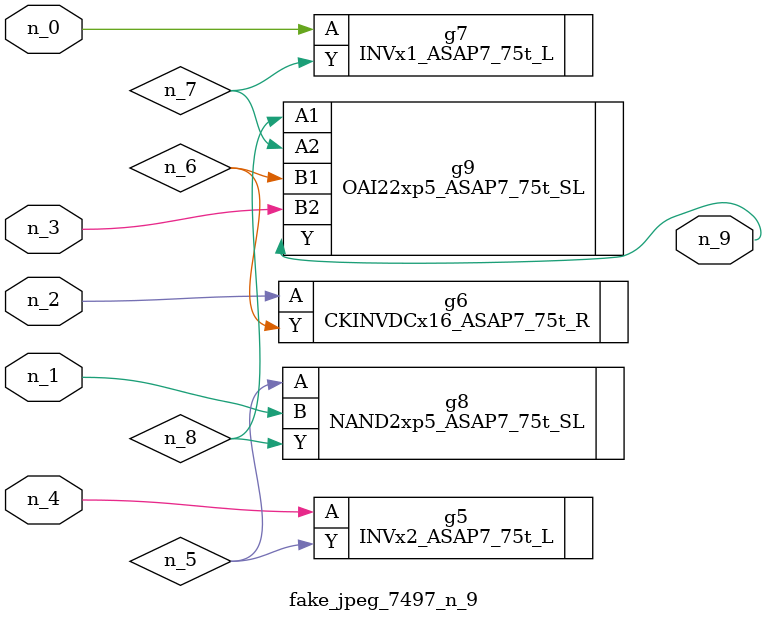
<source format=v>
module fake_jpeg_7497_n_9 (n_3, n_2, n_1, n_0, n_4, n_9);

input n_3;
input n_2;
input n_1;
input n_0;
input n_4;

output n_9;

wire n_8;
wire n_6;
wire n_5;
wire n_7;

INVx2_ASAP7_75t_L g5 ( 
.A(n_4),
.Y(n_5)
);

CKINVDCx16_ASAP7_75t_R g6 ( 
.A(n_2),
.Y(n_6)
);

INVx1_ASAP7_75t_L g7 ( 
.A(n_0),
.Y(n_7)
);

NAND2xp5_ASAP7_75t_SL g8 ( 
.A(n_5),
.B(n_1),
.Y(n_8)
);

OAI22xp5_ASAP7_75t_SL g9 ( 
.A1(n_8),
.A2(n_7),
.B1(n_6),
.B2(n_3),
.Y(n_9)
);


endmodule
</source>
